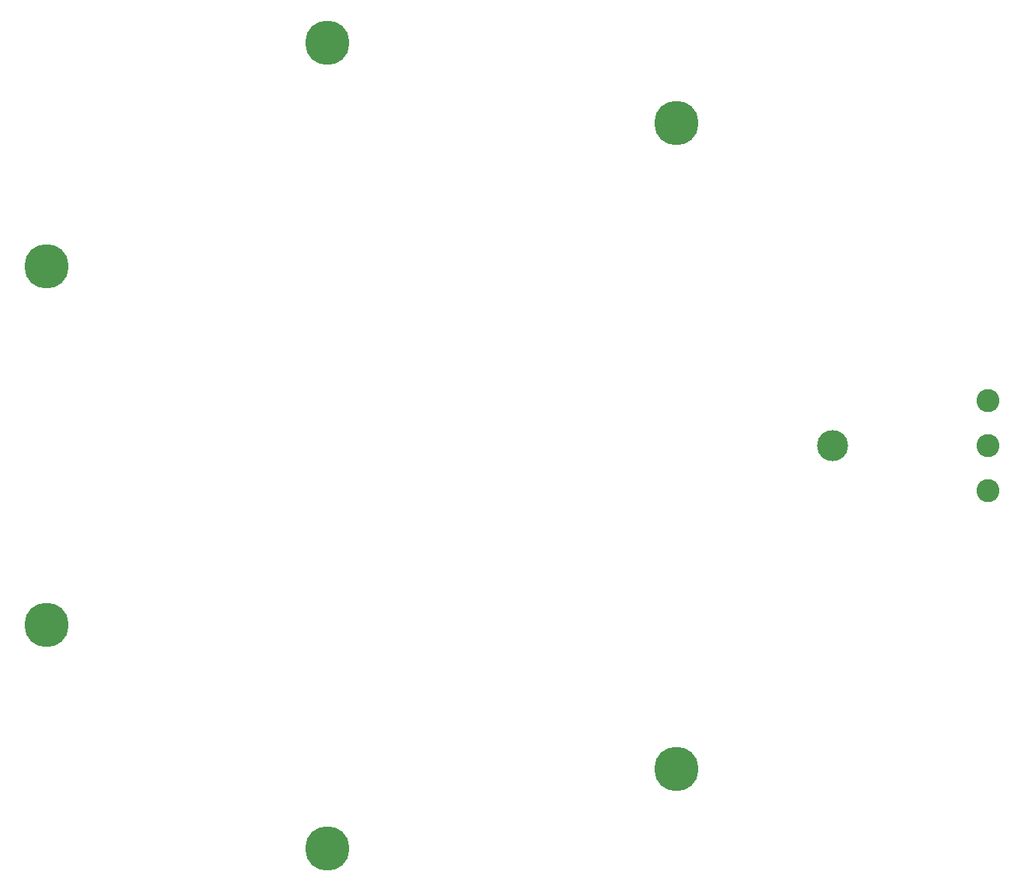
<source format=gbl>
G04 Layer_Physical_Order=2*
G04 Layer_Color=16711680*
%FSLAX44Y44*%
%MOMM*%
G71*
G01*
G75*
%ADD49C,2.6000*%
%ADD50C,5.0000*%
%ADD51C,3.5000*%
D49*
X642000Y0D02*
D03*
Y50800D02*
D03*
Y-50800D02*
D03*
D50*
X-103739Y454511D02*
D03*
X290671Y364490D02*
D03*
X-420032Y202277D02*
D03*
Y-202277D02*
D03*
X-103739Y-454511D02*
D03*
X290671Y-364490D02*
D03*
D51*
X466200Y0D02*
D03*
M02*

</source>
